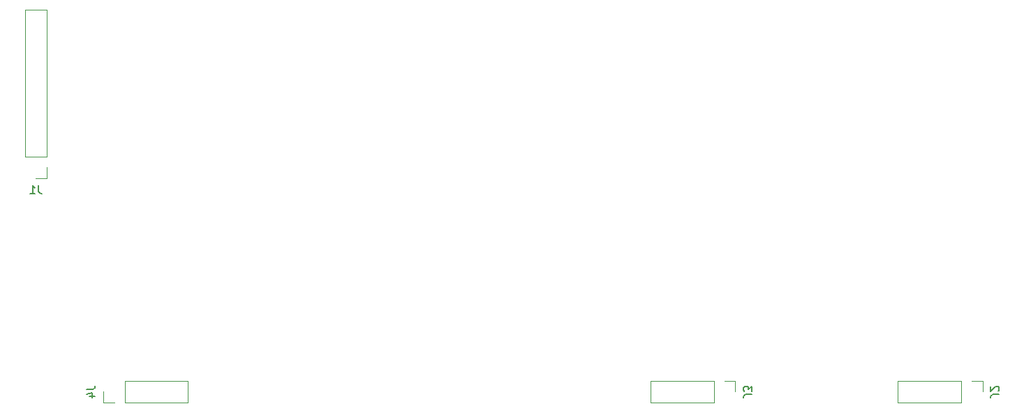
<source format=gbr>
%TF.GenerationSoftware,KiCad,Pcbnew,(5.1.10-1-10_14)*%
%TF.CreationDate,2021-06-26T21:10:23+10:00*%
%TF.ProjectId,Octal display,4f637461-6c20-4646-9973-706c61792e6b,rev?*%
%TF.SameCoordinates,Original*%
%TF.FileFunction,Legend,Bot*%
%TF.FilePolarity,Positive*%
%FSLAX46Y46*%
G04 Gerber Fmt 4.6, Leading zero omitted, Abs format (unit mm)*
G04 Created by KiCad (PCBNEW (5.1.10-1-10_14)) date 2021-06-26 21:10:23*
%MOMM*%
%LPD*%
G01*
G04 APERTURE LIST*
%ADD10C,0.120000*%
%ADD11C,0.150000*%
G04 APERTURE END LIST*
D10*
%TO.C,J4*%
X65770000Y-143670000D02*
X65770000Y-146330000D01*
X65770000Y-143670000D02*
X73450000Y-143670000D01*
X73450000Y-143670000D02*
X73450000Y-146330000D01*
X65770000Y-146330000D02*
X73450000Y-146330000D01*
X63170000Y-146330000D02*
X64500000Y-146330000D01*
X63170000Y-145000000D02*
X63170000Y-146330000D01*
%TO.C,J3*%
X137230000Y-146330000D02*
X137230000Y-143670000D01*
X137230000Y-146330000D02*
X129550000Y-146330000D01*
X129550000Y-146330000D02*
X129550000Y-143670000D01*
X137230000Y-143670000D02*
X129550000Y-143670000D01*
X139830000Y-143670000D02*
X138500000Y-143670000D01*
X139830000Y-145000000D02*
X139830000Y-143670000D01*
%TO.C,J2*%
X167230000Y-146330000D02*
X167230000Y-143670000D01*
X167230000Y-146330000D02*
X159550000Y-146330000D01*
X159550000Y-146330000D02*
X159550000Y-143670000D01*
X167230000Y-143670000D02*
X159550000Y-143670000D01*
X169830000Y-143670000D02*
X168500000Y-143670000D01*
X169830000Y-145000000D02*
X169830000Y-143670000D01*
%TO.C,J1*%
X53670000Y-116430000D02*
X56330000Y-116430000D01*
X53670000Y-116430000D02*
X53670000Y-98590000D01*
X53670000Y-98590000D02*
X56330000Y-98590000D01*
X56330000Y-116430000D02*
X56330000Y-98590000D01*
X56330000Y-119030000D02*
X56330000Y-117700000D01*
X55000000Y-119030000D02*
X56330000Y-119030000D01*
%TO.C,J4*%
D11*
X61182380Y-144666666D02*
X61896666Y-144666666D01*
X62039523Y-144619047D01*
X62134761Y-144523809D01*
X62182380Y-144380952D01*
X62182380Y-144285714D01*
X61515714Y-145571428D02*
X62182380Y-145571428D01*
X61134761Y-145333333D02*
X61849047Y-145095238D01*
X61849047Y-145714285D01*
%TO.C,J3*%
X141817619Y-145333333D02*
X141103333Y-145333333D01*
X140960476Y-145380952D01*
X140865238Y-145476190D01*
X140817619Y-145619047D01*
X140817619Y-145714285D01*
X141817619Y-144952380D02*
X141817619Y-144333333D01*
X141436666Y-144666666D01*
X141436666Y-144523809D01*
X141389047Y-144428571D01*
X141341428Y-144380952D01*
X141246190Y-144333333D01*
X141008095Y-144333333D01*
X140912857Y-144380952D01*
X140865238Y-144428571D01*
X140817619Y-144523809D01*
X140817619Y-144809523D01*
X140865238Y-144904761D01*
X140912857Y-144952380D01*
%TO.C,J2*%
X171817619Y-145333333D02*
X171103333Y-145333333D01*
X170960476Y-145380952D01*
X170865238Y-145476190D01*
X170817619Y-145619047D01*
X170817619Y-145714285D01*
X171722380Y-144904761D02*
X171770000Y-144857142D01*
X171817619Y-144761904D01*
X171817619Y-144523809D01*
X171770000Y-144428571D01*
X171722380Y-144380952D01*
X171627142Y-144333333D01*
X171531904Y-144333333D01*
X171389047Y-144380952D01*
X170817619Y-144952380D01*
X170817619Y-144333333D01*
%TO.C,J1*%
X55333333Y-119922380D02*
X55333333Y-120636666D01*
X55380952Y-120779523D01*
X55476190Y-120874761D01*
X55619047Y-120922380D01*
X55714285Y-120922380D01*
X54333333Y-120922380D02*
X54904761Y-120922380D01*
X54619047Y-120922380D02*
X54619047Y-119922380D01*
X54714285Y-120065238D01*
X54809523Y-120160476D01*
X54904761Y-120208095D01*
%TD*%
M02*

</source>
